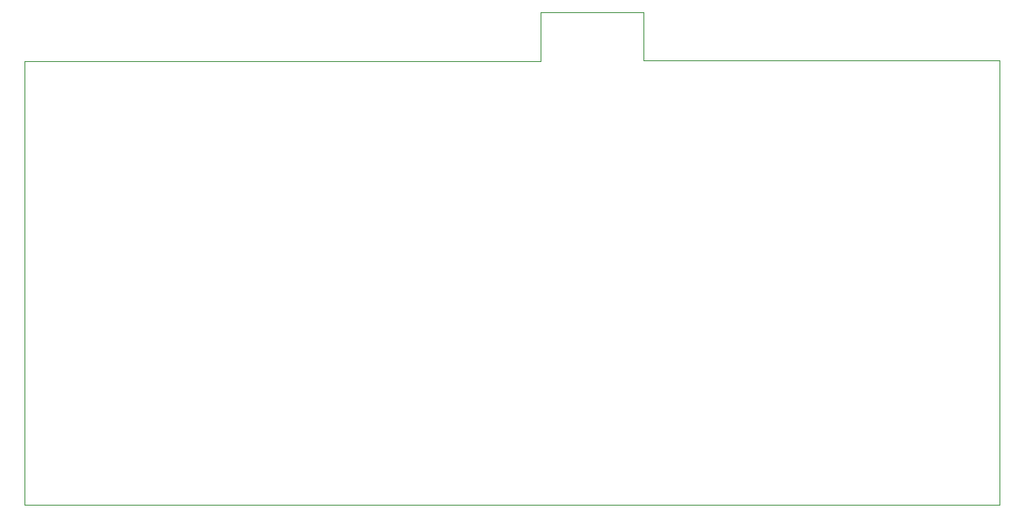
<source format=gbr>
%TF.GenerationSoftware,KiCad,Pcbnew,9.0.0*%
%TF.CreationDate,2025-09-05T21:39:46-05:00*%
%TF.ProjectId,RIOT_Remote_ESP,52494f54-5f52-4656-9d6f-74655f455350,rev?*%
%TF.SameCoordinates,Original*%
%TF.FileFunction,Profile,NP*%
%FSLAX46Y46*%
G04 Gerber Fmt 4.6, Leading zero omitted, Abs format (unit mm)*
G04 Created by KiCad (PCBNEW 9.0.0) date 2025-09-05 21:39:46*
%MOMM*%
%LPD*%
G01*
G04 APERTURE LIST*
%TA.AperFunction,Profile*%
%ADD10C,0.050000*%
%TD*%
G04 APERTURE END LIST*
D10*
X203900000Y-81400000D02*
X203900000Y-35300000D01*
X167000000Y-30325000D02*
X167000000Y-35325000D01*
X156275000Y-30325000D02*
X167000000Y-30325000D01*
X102800000Y-35400000D02*
X102800000Y-81400000D01*
X167000000Y-35329033D02*
X203900000Y-35300000D01*
X156275000Y-35350000D02*
X156275000Y-30325000D01*
X102800000Y-81400000D02*
X203900000Y-81400000D01*
X156275000Y-35350000D02*
X102800000Y-35400000D01*
M02*

</source>
